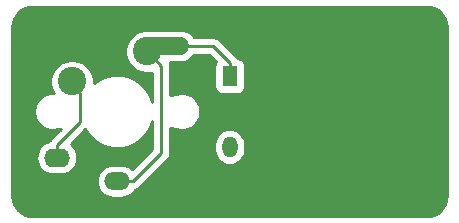
<source format=gbr>
G04 #@! TF.GenerationSoftware,KiCad,Pcbnew,(5.1.4)-1*
G04 #@! TF.CreationDate,2023-05-20T19:36:27-04:00*
G04 #@! TF.ProjectId,Sample,53616d70-6c65-42e6-9b69-6361645f7063,rev?*
G04 #@! TF.SameCoordinates,Original*
G04 #@! TF.FileFunction,Copper,L1,Top*
G04 #@! TF.FilePolarity,Positive*
%FSLAX46Y46*%
G04 Gerber Fmt 4.6, Leading zero omitted, Abs format (unit mm)*
G04 Created by KiCad (PCBNEW (5.1.4)-1) date 2023-05-20 19:36:27*
%MOMM*%
%LPD*%
G04 APERTURE LIST*
%ADD10C,2.400000*%
%ADD11C,1.500000*%
%ADD12C,1.500000*%
%ADD13O,2.200000X1.600000*%
%ADD14O,2.200000X1.500000*%
%ADD15O,1.300000X1.778000*%
%ADD16R,1.300000X1.778000*%
%ADD17C,0.250000*%
%ADD18C,0.254000*%
G04 APERTURE END LIST*
D10*
X131921250Y-90170000D03*
D11*
X133281292Y-89709599D03*
D12*
X131831347Y-89722252D02*
X134731237Y-89696946D01*
D13*
X124281250Y-99150000D03*
D14*
X129381250Y-101150000D03*
D10*
X125571250Y-92710000D03*
D15*
X138906250Y-98250000D03*
D16*
X138906250Y-92250000D03*
D17*
X131921250Y-90170000D02*
X131921250Y-90646250D01*
X133121249Y-98760001D02*
X133121249Y-91369999D01*
X133121249Y-91369999D02*
X131921250Y-90170000D01*
X130731250Y-101150000D02*
X133121249Y-98760001D01*
X129381250Y-101150000D02*
X130731250Y-101150000D01*
X138906250Y-92250000D02*
X138906250Y-91111000D01*
X137495250Y-89700000D02*
X134381250Y-89700000D01*
X138906250Y-91111000D02*
X137495250Y-89700000D01*
X126206250Y-96175000D02*
X124281250Y-98100000D01*
X124281250Y-98100000D02*
X124281250Y-99150000D01*
X125571250Y-92710000D02*
X125571250Y-93027500D01*
X126206250Y-93662500D02*
X126206250Y-96175000D01*
X125571250Y-93027500D02*
X126206250Y-93662500D01*
D18*
G36*
X155908710Y-86420886D02*
G01*
X156229710Y-86517801D01*
X156525775Y-86675221D01*
X156785623Y-86887149D01*
X156999358Y-87145510D01*
X157158838Y-87440464D01*
X157257994Y-87760782D01*
X157296250Y-88124762D01*
X157296251Y-102361461D01*
X157260364Y-102727460D01*
X157163448Y-103048462D01*
X157006029Y-103344525D01*
X156794101Y-103604373D01*
X156535742Y-103818106D01*
X156240786Y-103977588D01*
X155920469Y-104076743D01*
X155556479Y-104115000D01*
X122269779Y-104115000D01*
X121903790Y-104079114D01*
X121582788Y-103982198D01*
X121286725Y-103824779D01*
X121026877Y-103612851D01*
X120813144Y-103354492D01*
X120653662Y-103059536D01*
X120554507Y-102739219D01*
X120516250Y-102375229D01*
X120516250Y-95098816D01*
X122346250Y-95098816D01*
X122346250Y-95401184D01*
X122405239Y-95697743D01*
X122520951Y-95977095D01*
X122688938Y-96228505D01*
X122902745Y-96442312D01*
X123154155Y-96610299D01*
X123433507Y-96726011D01*
X123730066Y-96785000D01*
X124032434Y-96785000D01*
X124283802Y-96735000D01*
X124447510Y-96735000D01*
X124602223Y-96704225D01*
X123770253Y-97536196D01*
X123741249Y-97559999D01*
X123686121Y-97627174D01*
X123646276Y-97675724D01*
X123601712Y-97759097D01*
X123597588Y-97766812D01*
X123429442Y-97817818D01*
X123180149Y-97951068D01*
X122961642Y-98130392D01*
X122782318Y-98348899D01*
X122649068Y-98598192D01*
X122567014Y-98868691D01*
X122539307Y-99150000D01*
X122567014Y-99431309D01*
X122649068Y-99701808D01*
X122782318Y-99951101D01*
X122961642Y-100169608D01*
X123180149Y-100348932D01*
X123429442Y-100482182D01*
X123699941Y-100564236D01*
X123910758Y-100585000D01*
X124651742Y-100585000D01*
X124862559Y-100564236D01*
X125133058Y-100482182D01*
X125382351Y-100348932D01*
X125600858Y-100169608D01*
X125780182Y-99951101D01*
X125913432Y-99701808D01*
X125995486Y-99431309D01*
X126023193Y-99150000D01*
X125995486Y-98868691D01*
X125913432Y-98598192D01*
X125780182Y-98348899D01*
X125600858Y-98130392D01*
X125449706Y-98006345D01*
X126686371Y-96769681D01*
X126984974Y-97216573D01*
X127414677Y-97646276D01*
X127919955Y-97983892D01*
X128481389Y-98216445D01*
X129077404Y-98335000D01*
X129685096Y-98335000D01*
X130281111Y-98216445D01*
X130842545Y-97983892D01*
X131347823Y-97646276D01*
X131777526Y-97216573D01*
X132115142Y-96711295D01*
X132347695Y-96149861D01*
X132361249Y-96081719D01*
X132361249Y-98445199D01*
X130674247Y-100132202D01*
X130504438Y-99992843D01*
X130263831Y-99864236D01*
X130002757Y-99785040D01*
X129799287Y-99765000D01*
X128963213Y-99765000D01*
X128759743Y-99785040D01*
X128498669Y-99864236D01*
X128258062Y-99992843D01*
X128047169Y-100165919D01*
X127874093Y-100376812D01*
X127745486Y-100617419D01*
X127666290Y-100878493D01*
X127639549Y-101150000D01*
X127666290Y-101421507D01*
X127745486Y-101682581D01*
X127874093Y-101923188D01*
X128047169Y-102134081D01*
X128258062Y-102307157D01*
X128498669Y-102435764D01*
X128759743Y-102514960D01*
X128963213Y-102535000D01*
X129799287Y-102535000D01*
X130002757Y-102514960D01*
X130263831Y-102435764D01*
X130504438Y-102307157D01*
X130715331Y-102134081D01*
X130888407Y-101923188D01*
X130905417Y-101891365D01*
X131023497Y-101855546D01*
X131155526Y-101784974D01*
X131271251Y-101690001D01*
X131295054Y-101660997D01*
X133632253Y-99323799D01*
X133661250Y-99300002D01*
X133687581Y-99267918D01*
X133756223Y-99184278D01*
X133826795Y-99052248D01*
X133847762Y-98983127D01*
X133870252Y-98908987D01*
X133881249Y-98797334D01*
X133881249Y-98797324D01*
X133884925Y-98760001D01*
X133881249Y-98722679D01*
X133881249Y-97947877D01*
X137621250Y-97947877D01*
X137621250Y-98552122D01*
X137639843Y-98740903D01*
X137713321Y-98983126D01*
X137832642Y-99206361D01*
X137993222Y-99402028D01*
X138188888Y-99562608D01*
X138412123Y-99681929D01*
X138654346Y-99755407D01*
X138906250Y-99780217D01*
X139158153Y-99755407D01*
X139400376Y-99681929D01*
X139623611Y-99562608D01*
X139819278Y-99402028D01*
X139979858Y-99206362D01*
X140099179Y-98983127D01*
X140172657Y-98740904D01*
X140191250Y-98552123D01*
X140191250Y-97947878D01*
X140172657Y-97759097D01*
X140099179Y-97516874D01*
X139979858Y-97293638D01*
X139819278Y-97097972D01*
X139623612Y-96937392D01*
X139400377Y-96818071D01*
X139158154Y-96744593D01*
X138906250Y-96719783D01*
X138654347Y-96744593D01*
X138412124Y-96818071D01*
X138188889Y-96937392D01*
X137993223Y-97097972D01*
X137832642Y-97293638D01*
X137713321Y-97516873D01*
X137639843Y-97759096D01*
X137621250Y-97947877D01*
X133881249Y-97947877D01*
X133881249Y-96617108D01*
X134028092Y-96677932D01*
X134314990Y-96735000D01*
X134478698Y-96735000D01*
X134730066Y-96785000D01*
X135032434Y-96785000D01*
X135328993Y-96726011D01*
X135608345Y-96610299D01*
X135859755Y-96442312D01*
X136073562Y-96228505D01*
X136241549Y-95977095D01*
X136357261Y-95697743D01*
X136416250Y-95401184D01*
X136416250Y-95098816D01*
X136357261Y-94802257D01*
X136241549Y-94522905D01*
X136073562Y-94271495D01*
X135859755Y-94057688D01*
X135608345Y-93889701D01*
X135328993Y-93773989D01*
X135032434Y-93715000D01*
X134730066Y-93715000D01*
X134478698Y-93765000D01*
X134314990Y-93765000D01*
X134028092Y-93822068D01*
X133881249Y-93882892D01*
X133881249Y-91407322D01*
X133884925Y-91369999D01*
X133881249Y-91332676D01*
X133881249Y-91332666D01*
X133870252Y-91221013D01*
X133830467Y-91089859D01*
X134811356Y-91081299D01*
X135014644Y-91059484D01*
X135275017Y-90978013D01*
X135514492Y-90847311D01*
X135723867Y-90672402D01*
X135895096Y-90460006D01*
X135895099Y-90460000D01*
X137180449Y-90460000D01*
X137726273Y-91005824D01*
X137725713Y-91006506D01*
X137666748Y-91116820D01*
X137630438Y-91236518D01*
X137618178Y-91361000D01*
X137618178Y-93139000D01*
X137630438Y-93263482D01*
X137666748Y-93383180D01*
X137725713Y-93493494D01*
X137805065Y-93590185D01*
X137901756Y-93669537D01*
X138012070Y-93728502D01*
X138131768Y-93764812D01*
X138256250Y-93777072D01*
X139556250Y-93777072D01*
X139680732Y-93764812D01*
X139800430Y-93728502D01*
X139910744Y-93669537D01*
X140007435Y-93590185D01*
X140086787Y-93493494D01*
X140145752Y-93383180D01*
X140182062Y-93263482D01*
X140194322Y-93139000D01*
X140194322Y-91361000D01*
X140182062Y-91236518D01*
X140145752Y-91116820D01*
X140086787Y-91006506D01*
X140007435Y-90909815D01*
X139910744Y-90830463D01*
X139800430Y-90771498D01*
X139680732Y-90735188D01*
X139560816Y-90723378D01*
X139541224Y-90686724D01*
X139446251Y-90570999D01*
X139417253Y-90547201D01*
X138059054Y-89189003D01*
X138035251Y-89159999D01*
X137919526Y-89065026D01*
X137787497Y-88994454D01*
X137644236Y-88950997D01*
X137532583Y-88940000D01*
X137532572Y-88940000D01*
X137495250Y-88936324D01*
X137457928Y-88940000D01*
X135895962Y-88940000D01*
X135881602Y-88913690D01*
X135706692Y-88704316D01*
X135494297Y-88533087D01*
X135252577Y-88406584D01*
X134990822Y-88329669D01*
X134787185Y-88311406D01*
X132083437Y-88335000D01*
X131740518Y-88335000D01*
X131696324Y-88343791D01*
X131547940Y-88359714D01*
X131428699Y-88397025D01*
X131386000Y-88405518D01*
X131337958Y-88425418D01*
X131287567Y-88441185D01*
X131248765Y-88462363D01*
X131052051Y-88543844D01*
X130751506Y-88744662D01*
X130495912Y-89000256D01*
X130295094Y-89300801D01*
X130156768Y-89634750D01*
X130086250Y-89989268D01*
X130086250Y-90350732D01*
X130156768Y-90705250D01*
X130295094Y-91039199D01*
X130495912Y-91339744D01*
X130751506Y-91595338D01*
X131052051Y-91796156D01*
X131386000Y-91934482D01*
X131740518Y-92005000D01*
X132101982Y-92005000D01*
X132361250Y-91953428D01*
X132361250Y-94418282D01*
X132347695Y-94350139D01*
X132115142Y-93788705D01*
X131777526Y-93283427D01*
X131347823Y-92853724D01*
X130842545Y-92516108D01*
X130281111Y-92283555D01*
X129685096Y-92165000D01*
X129077404Y-92165000D01*
X128481389Y-92283555D01*
X127919955Y-92516108D01*
X127414677Y-92853724D01*
X127406250Y-92862151D01*
X127406250Y-92529268D01*
X127335732Y-92174750D01*
X127197406Y-91840801D01*
X126996588Y-91540256D01*
X126740994Y-91284662D01*
X126440449Y-91083844D01*
X126106500Y-90945518D01*
X125751982Y-90875000D01*
X125390518Y-90875000D01*
X125036000Y-90945518D01*
X124702051Y-91083844D01*
X124401506Y-91284662D01*
X124145912Y-91540256D01*
X123945094Y-91840801D01*
X123806768Y-92174750D01*
X123736250Y-92529268D01*
X123736250Y-92890732D01*
X123806768Y-93245250D01*
X123945094Y-93579199D01*
X124036355Y-93715780D01*
X124032434Y-93715000D01*
X123730066Y-93715000D01*
X123433507Y-93773989D01*
X123154155Y-93889701D01*
X122902745Y-94057688D01*
X122688938Y-94271495D01*
X122520951Y-94522905D01*
X122405239Y-94802257D01*
X122346250Y-95098816D01*
X120516250Y-95098816D01*
X120516250Y-88138529D01*
X120552136Y-87772540D01*
X120649051Y-87451540D01*
X120806471Y-87155475D01*
X121018399Y-86895627D01*
X121276760Y-86681892D01*
X121571714Y-86522412D01*
X121892032Y-86423256D01*
X122256012Y-86385000D01*
X155542721Y-86385000D01*
X155908710Y-86420886D01*
X155908710Y-86420886D01*
G37*
X155908710Y-86420886D02*
X156229710Y-86517801D01*
X156525775Y-86675221D01*
X156785623Y-86887149D01*
X156999358Y-87145510D01*
X157158838Y-87440464D01*
X157257994Y-87760782D01*
X157296250Y-88124762D01*
X157296251Y-102361461D01*
X157260364Y-102727460D01*
X157163448Y-103048462D01*
X157006029Y-103344525D01*
X156794101Y-103604373D01*
X156535742Y-103818106D01*
X156240786Y-103977588D01*
X155920469Y-104076743D01*
X155556479Y-104115000D01*
X122269779Y-104115000D01*
X121903790Y-104079114D01*
X121582788Y-103982198D01*
X121286725Y-103824779D01*
X121026877Y-103612851D01*
X120813144Y-103354492D01*
X120653662Y-103059536D01*
X120554507Y-102739219D01*
X120516250Y-102375229D01*
X120516250Y-95098816D01*
X122346250Y-95098816D01*
X122346250Y-95401184D01*
X122405239Y-95697743D01*
X122520951Y-95977095D01*
X122688938Y-96228505D01*
X122902745Y-96442312D01*
X123154155Y-96610299D01*
X123433507Y-96726011D01*
X123730066Y-96785000D01*
X124032434Y-96785000D01*
X124283802Y-96735000D01*
X124447510Y-96735000D01*
X124602223Y-96704225D01*
X123770253Y-97536196D01*
X123741249Y-97559999D01*
X123686121Y-97627174D01*
X123646276Y-97675724D01*
X123601712Y-97759097D01*
X123597588Y-97766812D01*
X123429442Y-97817818D01*
X123180149Y-97951068D01*
X122961642Y-98130392D01*
X122782318Y-98348899D01*
X122649068Y-98598192D01*
X122567014Y-98868691D01*
X122539307Y-99150000D01*
X122567014Y-99431309D01*
X122649068Y-99701808D01*
X122782318Y-99951101D01*
X122961642Y-100169608D01*
X123180149Y-100348932D01*
X123429442Y-100482182D01*
X123699941Y-100564236D01*
X123910758Y-100585000D01*
X124651742Y-100585000D01*
X124862559Y-100564236D01*
X125133058Y-100482182D01*
X125382351Y-100348932D01*
X125600858Y-100169608D01*
X125780182Y-99951101D01*
X125913432Y-99701808D01*
X125995486Y-99431309D01*
X126023193Y-99150000D01*
X125995486Y-98868691D01*
X125913432Y-98598192D01*
X125780182Y-98348899D01*
X125600858Y-98130392D01*
X125449706Y-98006345D01*
X126686371Y-96769681D01*
X126984974Y-97216573D01*
X127414677Y-97646276D01*
X127919955Y-97983892D01*
X128481389Y-98216445D01*
X129077404Y-98335000D01*
X129685096Y-98335000D01*
X130281111Y-98216445D01*
X130842545Y-97983892D01*
X131347823Y-97646276D01*
X131777526Y-97216573D01*
X132115142Y-96711295D01*
X132347695Y-96149861D01*
X132361249Y-96081719D01*
X132361249Y-98445199D01*
X130674247Y-100132202D01*
X130504438Y-99992843D01*
X130263831Y-99864236D01*
X130002757Y-99785040D01*
X129799287Y-99765000D01*
X128963213Y-99765000D01*
X128759743Y-99785040D01*
X128498669Y-99864236D01*
X128258062Y-99992843D01*
X128047169Y-100165919D01*
X127874093Y-100376812D01*
X127745486Y-100617419D01*
X127666290Y-100878493D01*
X127639549Y-101150000D01*
X127666290Y-101421507D01*
X127745486Y-101682581D01*
X127874093Y-101923188D01*
X128047169Y-102134081D01*
X128258062Y-102307157D01*
X128498669Y-102435764D01*
X128759743Y-102514960D01*
X128963213Y-102535000D01*
X129799287Y-102535000D01*
X130002757Y-102514960D01*
X130263831Y-102435764D01*
X130504438Y-102307157D01*
X130715331Y-102134081D01*
X130888407Y-101923188D01*
X130905417Y-101891365D01*
X131023497Y-101855546D01*
X131155526Y-101784974D01*
X131271251Y-101690001D01*
X131295054Y-101660997D01*
X133632253Y-99323799D01*
X133661250Y-99300002D01*
X133687581Y-99267918D01*
X133756223Y-99184278D01*
X133826795Y-99052248D01*
X133847762Y-98983127D01*
X133870252Y-98908987D01*
X133881249Y-98797334D01*
X133881249Y-98797324D01*
X133884925Y-98760001D01*
X133881249Y-98722679D01*
X133881249Y-97947877D01*
X137621250Y-97947877D01*
X137621250Y-98552122D01*
X137639843Y-98740903D01*
X137713321Y-98983126D01*
X137832642Y-99206361D01*
X137993222Y-99402028D01*
X138188888Y-99562608D01*
X138412123Y-99681929D01*
X138654346Y-99755407D01*
X138906250Y-99780217D01*
X139158153Y-99755407D01*
X139400376Y-99681929D01*
X139623611Y-99562608D01*
X139819278Y-99402028D01*
X139979858Y-99206362D01*
X140099179Y-98983127D01*
X140172657Y-98740904D01*
X140191250Y-98552123D01*
X140191250Y-97947878D01*
X140172657Y-97759097D01*
X140099179Y-97516874D01*
X139979858Y-97293638D01*
X139819278Y-97097972D01*
X139623612Y-96937392D01*
X139400377Y-96818071D01*
X139158154Y-96744593D01*
X138906250Y-96719783D01*
X138654347Y-96744593D01*
X138412124Y-96818071D01*
X138188889Y-96937392D01*
X137993223Y-97097972D01*
X137832642Y-97293638D01*
X137713321Y-97516873D01*
X137639843Y-97759096D01*
X137621250Y-97947877D01*
X133881249Y-97947877D01*
X133881249Y-96617108D01*
X134028092Y-96677932D01*
X134314990Y-96735000D01*
X134478698Y-96735000D01*
X134730066Y-96785000D01*
X135032434Y-96785000D01*
X135328993Y-96726011D01*
X135608345Y-96610299D01*
X135859755Y-96442312D01*
X136073562Y-96228505D01*
X136241549Y-95977095D01*
X136357261Y-95697743D01*
X136416250Y-95401184D01*
X136416250Y-95098816D01*
X136357261Y-94802257D01*
X136241549Y-94522905D01*
X136073562Y-94271495D01*
X135859755Y-94057688D01*
X135608345Y-93889701D01*
X135328993Y-93773989D01*
X135032434Y-93715000D01*
X134730066Y-93715000D01*
X134478698Y-93765000D01*
X134314990Y-93765000D01*
X134028092Y-93822068D01*
X133881249Y-93882892D01*
X133881249Y-91407322D01*
X133884925Y-91369999D01*
X133881249Y-91332676D01*
X133881249Y-91332666D01*
X133870252Y-91221013D01*
X133830467Y-91089859D01*
X134811356Y-91081299D01*
X135014644Y-91059484D01*
X135275017Y-90978013D01*
X135514492Y-90847311D01*
X135723867Y-90672402D01*
X135895096Y-90460006D01*
X135895099Y-90460000D01*
X137180449Y-90460000D01*
X137726273Y-91005824D01*
X137725713Y-91006506D01*
X137666748Y-91116820D01*
X137630438Y-91236518D01*
X137618178Y-91361000D01*
X137618178Y-93139000D01*
X137630438Y-93263482D01*
X137666748Y-93383180D01*
X137725713Y-93493494D01*
X137805065Y-93590185D01*
X137901756Y-93669537D01*
X138012070Y-93728502D01*
X138131768Y-93764812D01*
X138256250Y-93777072D01*
X139556250Y-93777072D01*
X139680732Y-93764812D01*
X139800430Y-93728502D01*
X139910744Y-93669537D01*
X140007435Y-93590185D01*
X140086787Y-93493494D01*
X140145752Y-93383180D01*
X140182062Y-93263482D01*
X140194322Y-93139000D01*
X140194322Y-91361000D01*
X140182062Y-91236518D01*
X140145752Y-91116820D01*
X140086787Y-91006506D01*
X140007435Y-90909815D01*
X139910744Y-90830463D01*
X139800430Y-90771498D01*
X139680732Y-90735188D01*
X139560816Y-90723378D01*
X139541224Y-90686724D01*
X139446251Y-90570999D01*
X139417253Y-90547201D01*
X138059054Y-89189003D01*
X138035251Y-89159999D01*
X137919526Y-89065026D01*
X137787497Y-88994454D01*
X137644236Y-88950997D01*
X137532583Y-88940000D01*
X137532572Y-88940000D01*
X137495250Y-88936324D01*
X137457928Y-88940000D01*
X135895962Y-88940000D01*
X135881602Y-88913690D01*
X135706692Y-88704316D01*
X135494297Y-88533087D01*
X135252577Y-88406584D01*
X134990822Y-88329669D01*
X134787185Y-88311406D01*
X132083437Y-88335000D01*
X131740518Y-88335000D01*
X131696324Y-88343791D01*
X131547940Y-88359714D01*
X131428699Y-88397025D01*
X131386000Y-88405518D01*
X131337958Y-88425418D01*
X131287567Y-88441185D01*
X131248765Y-88462363D01*
X131052051Y-88543844D01*
X130751506Y-88744662D01*
X130495912Y-89000256D01*
X130295094Y-89300801D01*
X130156768Y-89634750D01*
X130086250Y-89989268D01*
X130086250Y-90350732D01*
X130156768Y-90705250D01*
X130295094Y-91039199D01*
X130495912Y-91339744D01*
X130751506Y-91595338D01*
X131052051Y-91796156D01*
X131386000Y-91934482D01*
X131740518Y-92005000D01*
X132101982Y-92005000D01*
X132361250Y-91953428D01*
X132361250Y-94418282D01*
X132347695Y-94350139D01*
X132115142Y-93788705D01*
X131777526Y-93283427D01*
X131347823Y-92853724D01*
X130842545Y-92516108D01*
X130281111Y-92283555D01*
X129685096Y-92165000D01*
X129077404Y-92165000D01*
X128481389Y-92283555D01*
X127919955Y-92516108D01*
X127414677Y-92853724D01*
X127406250Y-92862151D01*
X127406250Y-92529268D01*
X127335732Y-92174750D01*
X127197406Y-91840801D01*
X126996588Y-91540256D01*
X126740994Y-91284662D01*
X126440449Y-91083844D01*
X126106500Y-90945518D01*
X125751982Y-90875000D01*
X125390518Y-90875000D01*
X125036000Y-90945518D01*
X124702051Y-91083844D01*
X124401506Y-91284662D01*
X124145912Y-91540256D01*
X123945094Y-91840801D01*
X123806768Y-92174750D01*
X123736250Y-92529268D01*
X123736250Y-92890732D01*
X123806768Y-93245250D01*
X123945094Y-93579199D01*
X124036355Y-93715780D01*
X124032434Y-93715000D01*
X123730066Y-93715000D01*
X123433507Y-93773989D01*
X123154155Y-93889701D01*
X122902745Y-94057688D01*
X122688938Y-94271495D01*
X122520951Y-94522905D01*
X122405239Y-94802257D01*
X122346250Y-95098816D01*
X120516250Y-95098816D01*
X120516250Y-88138529D01*
X120552136Y-87772540D01*
X120649051Y-87451540D01*
X120806471Y-87155475D01*
X121018399Y-86895627D01*
X121276760Y-86681892D01*
X121571714Y-86522412D01*
X121892032Y-86423256D01*
X122256012Y-86385000D01*
X155542721Y-86385000D01*
X155908710Y-86420886D01*
M02*

</source>
